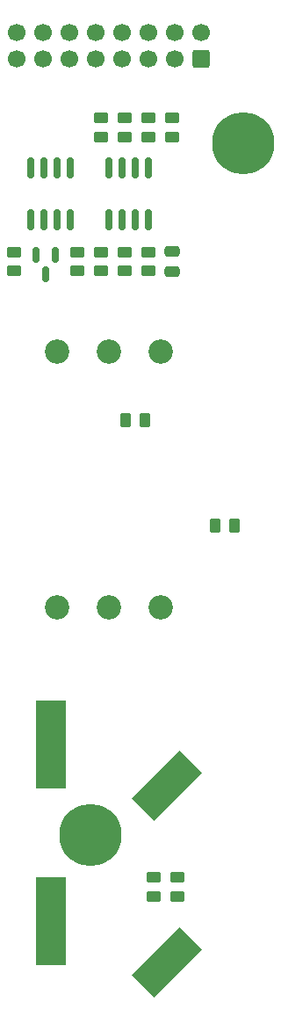
<source format=gbr>
%TF.GenerationSoftware,KiCad,Pcbnew,(6.0.0-0)*%
%TF.CreationDate,2022-11-09T20:37:39-05:00*%
%TF.ProjectId,VCO,56434f2e-6b69-4636-9164-5f7063625858,rev?*%
%TF.SameCoordinates,Original*%
%TF.FileFunction,Soldermask,Bot*%
%TF.FilePolarity,Negative*%
%FSLAX46Y46*%
G04 Gerber Fmt 4.6, Leading zero omitted, Abs format (unit mm)*
G04 Created by KiCad (PCBNEW (6.0.0-0)) date 2022-11-09 20:37:39*
%MOMM*%
%LPD*%
G01*
G04 APERTURE LIST*
G04 Aperture macros list*
%AMRoundRect*
0 Rectangle with rounded corners*
0 $1 Rounding radius*
0 $2 $3 $4 $5 $6 $7 $8 $9 X,Y pos of 4 corners*
0 Add a 4 corners polygon primitive as box body*
4,1,4,$2,$3,$4,$5,$6,$7,$8,$9,$2,$3,0*
0 Add four circle primitives for the rounded corners*
1,1,$1+$1,$2,$3*
1,1,$1+$1,$4,$5*
1,1,$1+$1,$6,$7*
1,1,$1+$1,$8,$9*
0 Add four rect primitives between the rounded corners*
20,1,$1+$1,$2,$3,$4,$5,0*
20,1,$1+$1,$4,$5,$6,$7,0*
20,1,$1+$1,$6,$7,$8,$9,0*
20,1,$1+$1,$8,$9,$2,$3,0*%
%AMRotRect*
0 Rectangle, with rotation*
0 The origin of the aperture is its center*
0 $1 length*
0 $2 width*
0 $3 Rotation angle, in degrees counterclockwise*
0 Add horizontal line*
21,1,$1,$2,0,0,$3*%
G04 Aperture macros list end*
%ADD10C,2.340000*%
%ADD11C,0.800000*%
%ADD12C,6.000000*%
%ADD13R,3.000000X8.500000*%
%ADD14RotRect,3.000000X6.500000X315.000000*%
%ADD15RoundRect,0.250000X0.450000X-0.262500X0.450000X0.262500X-0.450000X0.262500X-0.450000X-0.262500X0*%
%ADD16RoundRect,0.250000X-0.450000X0.262500X-0.450000X-0.262500X0.450000X-0.262500X0.450000X0.262500X0*%
%ADD17RoundRect,0.250000X-0.262500X-0.450000X0.262500X-0.450000X0.262500X0.450000X-0.262500X0.450000X0*%
%ADD18RoundRect,0.150000X0.150000X-0.825000X0.150000X0.825000X-0.150000X0.825000X-0.150000X-0.825000X0*%
%ADD19RoundRect,0.250000X-0.475000X0.250000X-0.475000X-0.250000X0.475000X-0.250000X0.475000X0.250000X0*%
%ADD20RoundRect,0.250000X0.600000X-0.600000X0.600000X0.600000X-0.600000X0.600000X-0.600000X-0.600000X0*%
%ADD21C,1.700000*%
%ADD22RoundRect,0.150000X-0.150000X0.587500X-0.150000X-0.587500X0.150000X-0.587500X0.150000X0.587500X0*%
G04 APERTURE END LIST*
D10*
%TO.C,RV1*%
X54276000Y-68574000D03*
X49276000Y-68574000D03*
X44276000Y-68574000D03*
%TD*%
D11*
%TO.C,REF\u002A\u002A*%
X64480000Y-48514000D03*
X63820990Y-46923010D03*
X62230000Y-46264000D03*
X63820990Y-50104990D03*
X62230000Y-50764000D03*
X59980000Y-48514000D03*
D12*
X62230000Y-48514000D03*
D11*
X60639010Y-46923010D03*
X60639010Y-50104990D03*
%TD*%
D10*
%TO.C,RV2*%
X54276000Y-93212000D03*
X49276000Y-93212000D03*
X44276000Y-93212000D03*
%TD*%
D13*
%TO.C,J2*%
X43651000Y-123415000D03*
D14*
X54861000Y-127397000D03*
%TD*%
D11*
%TO.C,REF\u002A\u002A*%
X45907010Y-116688990D03*
X49748000Y-115098000D03*
X47498000Y-112848000D03*
X45248000Y-115098000D03*
X47498000Y-117348000D03*
X49088990Y-116688990D03*
X49088990Y-113507010D03*
X45907010Y-113507010D03*
D12*
X47498000Y-115098000D03*
%TD*%
D13*
%TO.C,J3*%
X43651000Y-106397000D03*
D14*
X54861000Y-110379000D03*
%TD*%
D15*
%TO.C,R11*%
X50770000Y-47902500D03*
X50770000Y-46077500D03*
%TD*%
%TO.C,R12*%
X55880000Y-119229500D03*
X55880000Y-121054500D03*
%TD*%
D16*
%TO.C,R8*%
X53056000Y-46077500D03*
X53056000Y-47902500D03*
%TD*%
D15*
%TO.C,R4*%
X50770000Y-60790500D03*
X50770000Y-58965500D03*
%TD*%
D17*
%TO.C,R3*%
X61364500Y-85344000D03*
X59539500Y-85344000D03*
%TD*%
D15*
%TO.C,R13*%
X53594000Y-119229500D03*
X53594000Y-121054500D03*
%TD*%
D18*
%TO.C,U1*%
X45563000Y-55815000D03*
X44293000Y-55815000D03*
X43023000Y-55815000D03*
X41753000Y-55815000D03*
X41753000Y-50865000D03*
X43023000Y-50865000D03*
X44293000Y-50865000D03*
X45563000Y-50865000D03*
%TD*%
D19*
%TO.C,C1*%
X55342000Y-58928000D03*
X55342000Y-60828000D03*
%TD*%
D20*
%TO.C,J1*%
X58166000Y-40376500D03*
D21*
X58166000Y-37836500D03*
X55626000Y-40376500D03*
X55626000Y-37836500D03*
X53086000Y-40376500D03*
X53086000Y-37836500D03*
X50546000Y-40376500D03*
X50546000Y-37836500D03*
X48006000Y-40376500D03*
X48006000Y-37836500D03*
X45466000Y-40376500D03*
X45466000Y-37836500D03*
X42926000Y-40376500D03*
X42926000Y-37836500D03*
X40386000Y-40376500D03*
X40386000Y-37836500D03*
%TD*%
D15*
%TO.C,R5*%
X46198000Y-60790500D03*
X46198000Y-58965500D03*
%TD*%
D16*
%TO.C,R7*%
X40102000Y-58965500D03*
X40102000Y-60790500D03*
%TD*%
D15*
%TO.C,R1*%
X48484000Y-60790500D03*
X48484000Y-58965500D03*
%TD*%
%TO.C,R9*%
X55342000Y-47902500D03*
X55342000Y-46077500D03*
%TD*%
D22*
%TO.C,Q1*%
X42230000Y-59260500D03*
X44130000Y-59260500D03*
X43180000Y-61135500D03*
%TD*%
D17*
%TO.C,R2*%
X52728500Y-75184000D03*
X50903500Y-75184000D03*
%TD*%
D15*
%TO.C,R10*%
X48484000Y-47902500D03*
X48484000Y-46077500D03*
%TD*%
%TO.C,R6*%
X53056000Y-60790500D03*
X53056000Y-58965500D03*
%TD*%
D18*
%TO.C,U2*%
X53083000Y-55815000D03*
X51813000Y-55815000D03*
X50543000Y-55815000D03*
X49273000Y-55815000D03*
X49273000Y-50865000D03*
X50543000Y-50865000D03*
X51813000Y-50865000D03*
X53083000Y-50865000D03*
%TD*%
M02*

</source>
